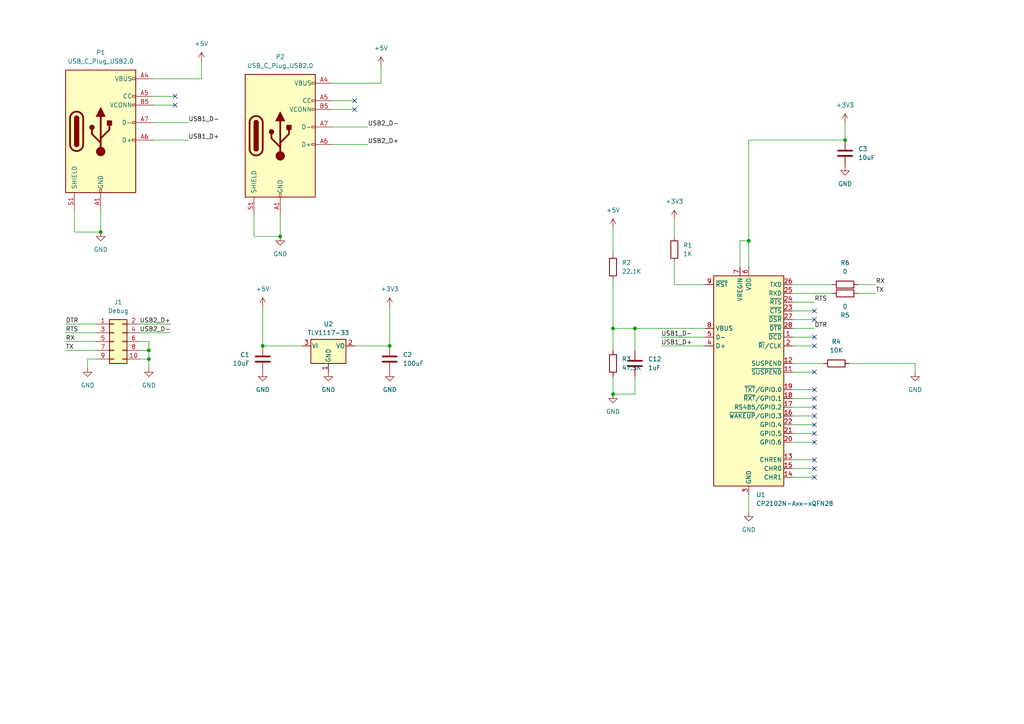
<source format=kicad_sch>
(kicad_sch (version 20250114) (generator "eeschema") (generator_version "9.0")
  (paper "A4")
  (title_block (title "USB to TTL Adapter") (date "2025-09-27") (rev "V1") (company "jLab"))
  (lib_symbols
    (symbol "Connector:USB_C_Plug_USB2.0" (pin_names (offset 1.016))
      (property "Reference" "P" (at -10.16 19.05 0))
      (property "Value" "USB_C_Plug_USB2.0" (at 12.7 19.05 0))
      (symbol "USB_C_Plug_USB2.0_0_0"
        (rectangle (start -0.254 -17.78) (end 0.254 -16.764))
        (rectangle (start 10.16 15.494) (end 9.144 14.986))
        (rectangle (start 10.16 10.414) (end 9.144 9.906))
        (rectangle (start 10.16 7.874) (end 9.144 7.366))
        (rectangle (start 10.16 2.794) (end 9.144 2.286))
        (rectangle (start 10.16 -2.286) (end 9.144 -2.794))
      )
      (symbol "USB_C_Plug_USB2.0_0_1"
        (rectangle (start -10.16 17.78) (end 10.16 -17.78) (stroke (width 0.254)) (fill (type background)))
        (polyline (pts (xy -8.89 -3.81) (xy -8.89 3.81)) (stroke (width 0.508)))
        (rectangle (start -7.62 -3.81) (end -6.35 3.81) (stroke (width 0.254)) (fill (type outline)))
        (arc (start -7.62 3.81) (mid -6.985 4.4423) (end -6.35 3.81) (stroke (width 0.254)))
        (arc (start -7.62 3.81) (mid -6.985 4.4423) (end -6.35 3.81) (stroke (width 0.254)) (fill (type outline)))
        (arc (start -8.89 3.81) (mid -6.985 5.7067) (end -5.08 3.81) (stroke (width 0.508)))
        (arc (start -5.08 -3.81) (mid -6.985 -5.7067) (end -8.89 -3.81) (stroke (width 0.508)))
        (arc (start -6.35 -3.81) (mid -6.985 -4.4423) (end -7.62 -3.81) (stroke (width 0.254)))
        (arc (start -6.35 -3.81) (mid -6.985 -4.4423) (end -7.62 -3.81) (stroke (width 0.254)) (fill (type outline)))
        (polyline (pts (xy -5.08 3.81) (xy -5.08 -3.81)) (stroke (width 0.508)))
        (circle (center -2.54 1.143) (radius 0.635) (stroke (width 0.254)) (fill (type outline)))
        (polyline (pts (xy -1.27 4.318) (xy 0 6.858) (xy 1.27 4.318) (xy -1.27 4.318)) (stroke (width 0.254)) (fill (type outline)))
        (polyline (pts (xy 0 -2.032) (xy 2.54 0.508) (xy 2.54 1.778)) (stroke (width 0.508)))
        (polyline (pts (xy 0 -3.302) (xy -2.54 -0.762) (xy -2.54 0.508)) (stroke (width 0.508)))
        (polyline (pts (xy 0 -5.842) (xy 0 4.318)) (stroke (width 0.508)))
        (circle (center 0 -5.842) (radius 1.27) (fill (type outline)))
        (rectangle (start 1.905 1.778) (end 3.175 3.048) (stroke (width 0.254)) (fill (type outline)))
      )
      (symbol "USB_C_Plug_USB2.0_1_1"
        (pin passive line (at -7.62 -22.86 90) (length 5.08) (name "SHIELD") (number "S1"))
        (pin passive line (at 0 -22.86 90) (length 5.08) (name "GND") (number "A1"))
        (pin passive line (at 0 -22.86 90) (length 5.08) (hide yes) (name "GND") (number "A12"))
        (pin passive line (at 0 -22.86 90) (length 5.08) (hide yes) (name "GND") (number "B1"))
        (pin passive line (at 0 -22.86 90) (length 5.08) (hide yes) (name "GND") (number "B12"))
        (pin passive line (at 15.24 15.24 180) (length 5.08) (name "VBUS") (number "A4"))
        (pin passive line (at 15.24 15.24 180) (length 5.08) (hide yes) (name "VBUS") (number "A9"))
        (pin passive line (at 15.24 15.24 180) (length 5.08) (hide yes) (name "VBUS") (number "B4"))
        (pin passive line (at 15.24 15.24 180) (length 5.08) (hide yes) (name "VBUS") (number "B9"))
        (pin bidirectional line (at 15.24 10.16 180) (length 5.08) (name "CC") (number "A5"))
        (pin bidirectional line (at 15.24 7.62 180) (length 5.08) (name "VCONN") (number "B5"))
        (pin bidirectional line (at 15.24 2.54 180) (length 5.08) (name "D-") (number "A7"))
        (pin bidirectional line (at 15.24 -2.54 180) (length 5.08) (name "D+") (number "A6"))
      )
    )
    (symbol "Connector_Generic:Conn_02x05_Odd_Even" (pin_names (offset 1.016) (hide yes))
      (property "Reference" "J" (at 1.27 7.62 0))
      (property "Value" "Conn_02x05_Odd_Even" (at 1.27 -7.62 0))
      (symbol "Conn_02x05_Odd_Even_1_1"
        (rectangle (start -1.27 6.35) (end 3.81 -6.35) (stroke (width 0.254)) (fill (type background)))
        (rectangle (start -1.27 5.207) (end 0 4.953) (stroke (width 0.1524)))
        (rectangle (start -1.27 2.667) (end 0 2.413) (stroke (width 0.1524)))
        (rectangle (start -1.27 0.127) (end 0 -0.127) (stroke (width 0.1524)))
        (rectangle (start -1.27 -2.413) (end 0 -2.667) (stroke (width 0.1524)))
        (rectangle (start -1.27 -4.953) (end 0 -5.207) (stroke (width 0.1524)))
        (rectangle (start 3.81 5.207) (end 2.54 4.953) (stroke (width 0.1524)))
        (rectangle (start 3.81 2.667) (end 2.54 2.413) (stroke (width 0.1524)))
        (rectangle (start 3.81 0.127) (end 2.54 -0.127) (stroke (width 0.1524)))
        (rectangle (start 3.81 -2.413) (end 2.54 -2.667) (stroke (width 0.1524)))
        (rectangle (start 3.81 -4.953) (end 2.54 -5.207) (stroke (width 0.1524)))
        (pin passive line (at -5.08 5.08 0) (length 3.81) (name "Pin_1") (number "1"))
        (pin passive line (at -5.08 2.54 0) (length 3.81) (name "Pin_3") (number "3"))
        (pin passive line (at -5.08 0 0) (length 3.81) (name "Pin_5") (number "5"))
        (pin passive line (at -5.08 -2.54 0) (length 3.81) (name "Pin_7") (number "7"))
        (pin passive line (at -5.08 -5.08 0) (length 3.81) (name "Pin_9") (number "9"))
        (pin passive line (at 7.62 5.08 180) (length 3.81) (name "Pin_2") (number "2"))
        (pin passive line (at 7.62 2.54 180) (length 3.81) (name "Pin_4") (number "4"))
        (pin passive line (at 7.62 0 180) (length 3.81) (name "Pin_6") (number "6"))
        (pin passive line (at 7.62 -2.54 180) (length 3.81) (name "Pin_8") (number "8"))
        (pin passive line (at 7.62 -5.08 180) (length 3.81) (name "Pin_10") (number "10"))
      )
    )
    (symbol "Device:C" (pin_numbers (hide yes)) (pin_names (offset 0.254))
      (property "Reference" "C" (at 0.635 2.54 0))
      (property "Value" "C" (at 0.635 -2.54 0))
      (symbol "C_0_1"
        (polyline (pts (xy -2.032 0.762) (xy 2.032 0.762)) (stroke (width 0.508)))
        (polyline (pts (xy -2.032 -0.762) (xy 2.032 -0.762)) (stroke (width 0.508)))
      )
      (symbol "C_1_1"
        (pin passive line (at 0 3.81 270) (length 2.794) (name "~") (number "1"))
        (pin passive line (at 0 -3.81 90) (length 2.794) (name "~") (number "2"))
      )
    )
    (symbol "Device:R" (pin_numbers (hide yes)) (pin_names (offset 0))
      (property "Reference" "R" (at 2.032 0 90))
      (property "Value" "R" (at 0 0 90))
      (symbol "R_0_1"
        (rectangle (start -1.016 -2.54) (end 1.016 2.54) (stroke (width 0.254)))
      )
      (symbol "R_1_1"
        (pin passive line (at 0 3.81 270) (length 1.27) (name "~") (number "1"))
        (pin passive line (at 0 -3.81 90) (length 1.27) (name "~") (number "2"))
      )
    )
    (symbol "Interface_USB:CP2102N-Axx-xQFN28"
      (property "Reference" "U" (at -8.89 31.75 0))
      (property "Value" "CP2102N-Axx-xQFN28" (at 12.7 31.75 0))
      (symbol "CP2102N-Axx-xQFN28_0_1"
        (rectangle (start -10.16 30.48) (end 10.16 -30.48) (stroke (width 0.254)) (fill (type background)))
      )
      (symbol "CP2102N-Axx-xQFN28_1_1"
        (pin input line (at -12.7 27.94 0) (length 2.54) (name "~{RST}") (number "9"))
        (pin input line (at -12.7 15.24 0) (length 2.54) (name "VBUS") (number "8"))
        (pin bidirectional line (at -12.7 12.7 0) (length 2.54) (name "D-") (number "5"))
        (pin bidirectional line (at -12.7 10.16 0) (length 2.54) (name "D+") (number "4"))
        (pin no_connect line (at -10.16 -27.94 0) (length 2.54) (hide yes) (name "NC") (number "10"))
        (pin power_in line (at -2.54 33.02 270) (length 2.54) (name "VREGIN") (number "7"))
        (pin power_in line (at 0 33.02 270) (length 2.54) (name "VDD") (number "6"))
        (pin passive line (at 0 -33.02 90) (length 2.54) (hide yes) (name "GND") (number "29"))
        (pin power_in line (at 0 -33.02 90) (length 2.54) (name "GND") (number "3"))
        (pin output line (at 12.7 27.94 180) (length 2.54) (name "TXD") (number "26"))
        (pin input line (at 12.7 25.4 180) (length 2.54) (name "RXD") (number "25"))
        (pin output line (at 12.7 22.86 180) (length 2.54) (name "~{RTS}") (number "24"))
        (pin input line (at 12.7 20.32 180) (length 2.54) (name "~{CTS}") (number "23"))
        (pin input line (at 12.7 17.78 180) (length 2.54) (name "~{DSR}") (number "27"))
        (pin output line (at 12.7 15.24 180) (length 2.54) (name "~{DTR}") (number "28"))
        (pin input line (at 12.7 12.7 180) (length 2.54) (name "~{DCD}") (number "1"))
        (pin bidirectional line (at 12.7 10.16 180) (length 2.54) (name "~{RI}/CLK") (number "2"))
        (pin output line (at 12.7 5.08 180) (length 2.54) (name "SUSPEND") (number "12"))
        (pin output line (at 12.7 2.54 180) (length 2.54) (name "~{SUSPEND}") (number "11"))
        (pin bidirectional line (at 12.7 -2.54 180) (length 2.54) (name "~{TXT}/GPIO.0") (number "19"))
        (pin bidirectional line (at 12.7 -5.08 180) (length 2.54) (name "~{RXT}/GPIO.1") (number "18"))
        (pin bidirectional line (at 12.7 -7.62 180) (length 2.54) (name "RS485/GPIO.2") (number "17"))
        (pin bidirectional line (at 12.7 -10.16 180) (length 2.54) (name "~{WAKEUP}/GPIO.3") (number "16"))
        (pin bidirectional line (at 12.7 -12.7 180) (length 2.54) (name "GPIO.4") (number "22"))
        (pin bidirectional line (at 12.7 -15.24 180) (length 2.54) (name "GPIO.5") (number "21"))
        (pin bidirectional line (at 12.7 -17.78 180) (length 2.54) (name "GPIO.6") (number "20"))
        (pin output line (at 12.7 -22.86 180) (length 2.54) (name "CHREN") (number "13"))
        (pin output line (at 12.7 -25.4 180) (length 2.54) (name "CHR0") (number "15"))
        (pin output line (at 12.7 -27.94 180) (length 2.54) (name "CHR1") (number "14"))
      )
    )
    (symbol "Regulator_Linear:TLV1117-33" (pin_names (offset 0.254))
      (property "Reference" "U" (at -3.81 3.175 0))
      (property "Value" "TLV1117-33" (at 0 3.175 0))
      (symbol "TLV1117-33_0_1"
        (rectangle (start -5.08 -5.08) (end 5.08 1.905) (stroke (width 0.254)) (fill (type background)))
      )
      (symbol "TLV1117-33_1_1"
        (pin power_in line (at -7.62 0 0) (length 2.54) (name "VI") (number "3"))
        (pin power_in line (at 0 -7.62 90) (length 2.54) (name "GND") (number "1"))
        (pin power_out line (at 7.62 0 180) (length 2.54) (name "VO") (number "2"))
      )
    )
    (symbol "power:+3V3" (power) (pin_numbers (hide yes)) (pin_names (offset 0) (hide yes))
      (property "Value" "+3V3" (at 0 3.556 0))
      (symbol "+3V3_0_1"
        (polyline (pts (xy -0.762 1.27) (xy 0 2.54)))
        (polyline (pts (xy 0 2.54) (xy 0.762 1.27)))
        (polyline (pts (xy 0 0) (xy 0 2.54)))
      )
      (symbol "+3V3_1_1"
        (pin power_in line (at 0 0 90) (length 0) (name "~") (number "1"))
      )
    )
    (symbol "power:+5V" (power) (pin_numbers (hide yes)) (pin_names (offset 0) (hide yes))
      (property "Value" "+5V" (at 0 3.556 0))
      (symbol "+5V_0_1"
        (polyline (pts (xy -0.762 1.27) (xy 0 2.54)))
        (polyline (pts (xy 0 2.54) (xy 0.762 1.27)))
        (polyline (pts (xy 0 0) (xy 0 2.54)))
      )
      (symbol "+5V_1_1"
        (pin power_in line (at 0 0 90) (length 0) (name "~") (number "1"))
      )
    )
    (symbol "power:GND" (power) (pin_numbers (hide yes)) (pin_names (offset 0) (hide yes))
      (property "Value" "GND" (at 0 -3.81 0))
      (symbol "GND_0_1"
        (polyline (pts (xy 0 0) (xy 0 -1.27) (xy 1.27 -1.27) (xy 0 -2.54) (xy -1.27 -1.27) (xy 0 -1.27)))
      )
      (symbol "GND_1_1"
        (pin power_in line (at 0 0 270) (length 0) (name "~") (number "1"))
      )
    )
    (symbol "power:VBUS" (power) (pin_numbers (hide yes)) (pin_names (offset 0) (hide yes))
      (property "Value" "VBUS" (at 0 3.556 0))
      (symbol "VBUS_0_1"
        (polyline (pts (xy -0.762 1.27) (xy 0 2.54)))
        (polyline (pts (xy 0 2.54) (xy 0.762 1.27)))
        (polyline (pts (xy 0 0) (xy 0 2.54)))
      )
      (symbol "VBUS_1_1"
        (pin power_in line (at 0 0 90) (length 0) (name "~") (number "1"))
      )
    )
  )
  (junction (at 245.11 40.64))
  (junction (at 184.15 95.25))
  (junction (at 43.18 104.14))
  (junction (at 217.17 69.85))
  (junction (at 113.03 100.33))
  (junction (at 177.8 114.3))
  (junction (at 29.21 67.31))
  (junction (at 81.28 68.58))
  (junction (at 43.18 101.6))
  (junction (at 76.2 100.33))
  (junction (at 177.8 95.25))
  (no_connect (at 236.22 120.65))
  (no_connect (at 236.22 92.71))
  (no_connect (at 236.22 115.57))
  (no_connect (at 236.22 118.11))
  (no_connect (at 50.8 27.94))
  (no_connect (at 50.8 30.48))
  (no_connect (at 236.22 138.43))
  (no_connect (at 236.22 107.95))
  (no_connect (at 102.87 31.75))
  (no_connect (at 236.22 135.89))
  (no_connect (at 236.22 125.73))
  (no_connect (at 236.22 113.03))
  (no_connect (at 236.22 133.35))
  (no_connect (at 236.22 128.27))
  (no_connect (at 236.22 90.17))
  (no_connect (at 236.22 97.79))
  (no_connect (at 236.22 100.33))
  (no_connect (at 236.22 123.19))
  (no_connect (at 102.87 29.21))
  (wire (pts (xy 73.66 68.58) (xy 81.28 68.58)))
  (wire (pts (xy 113.03 88.9) (xy 113.03 100.33)))
  (wire (pts (xy 248.92 85.09) (xy 254 85.09)))
  (wire (pts (xy 229.87 107.95) (xy 236.22 107.95)))
  (wire (pts (xy 214.63 77.47) (xy 214.63 69.85)))
  (wire (pts (xy 21.59 60.96) (xy 21.59 67.31)))
  (wire (pts (xy 19.05 96.52) (xy 27.94 96.52)))
  (wire (pts (xy 96.52 31.75) (xy 102.87 31.75)))
  (wire (pts (xy 229.87 95.25) (xy 236.22 95.25)))
  (wire (pts (xy 191.77 97.79) (xy 204.47 97.79)))
  (wire (pts (xy 191.77 100.33) (xy 204.47 100.33)))
  (wire (pts (xy 43.18 99.06) (xy 40.64 99.06)))
  (wire (pts (xy 229.87 82.55) (xy 241.3 82.55)))
  (wire (pts (xy 184.15 114.3) (xy 177.8 114.3)))
  (wire (pts (xy 177.8 95.25) (xy 177.8 101.6)))
  (wire (pts (xy 58.42 17.78) (xy 58.42 22.86)))
  (wire (pts (xy 229.87 118.11) (xy 236.22 118.11)))
  (wire (pts (xy 25.4 104.14) (xy 25.4 106.68)))
  (wire (pts (xy 44.45 40.64) (xy 54.61 40.64)))
  (wire (pts (xy 76.2 88.9) (xy 76.2 100.33)))
  (wire (pts (xy 245.11 35.56) (xy 245.11 40.64)))
  (wire (pts (xy 177.8 95.25) (xy 184.15 95.25)))
  (wire (pts (xy 229.87 113.03) (xy 236.22 113.03)))
  (wire (pts (xy 40.64 104.14) (xy 43.18 104.14)))
  (wire (pts (xy 265.43 107.95) (xy 265.43 105.41)))
  (wire (pts (xy 177.8 109.22) (xy 177.8 114.3)))
  (wire (pts (xy 229.87 120.65) (xy 236.22 120.65)))
  (wire (pts (xy 195.58 63.5) (xy 195.58 68.58)))
  (wire (pts (xy 43.18 104.14) (xy 43.18 101.6)))
  (wire (pts (xy 229.87 138.43) (xy 236.22 138.43)))
  (wire (pts (xy 229.87 125.73) (xy 236.22 125.73)))
  (wire (pts (xy 43.18 101.6) (xy 40.64 101.6)))
  (wire (pts (xy 44.45 27.94) (xy 50.8 27.94)))
  (wire (pts (xy 217.17 143.51) (xy 217.17 148.59)))
  (wire (pts (xy 73.66 62.23) (xy 73.66 68.58)))
  (wire (pts (xy 19.05 101.6) (xy 27.94 101.6)))
  (wire (pts (xy 229.87 123.19) (xy 236.22 123.19)))
  (wire (pts (xy 81.28 62.23) (xy 81.28 68.58)))
  (wire (pts (xy 229.87 92.71) (xy 236.22 92.71)))
  (wire (pts (xy 177.8 81.28) (xy 177.8 95.25)))
  (wire (pts (xy 214.63 69.85) (xy 217.17 69.85)))
  (wire (pts (xy 195.58 76.2) (xy 195.58 82.55)))
  (wire (pts (xy 40.64 96.52) (xy 49.53 96.52)))
  (wire (pts (xy 96.52 24.13) (xy 110.49 24.13)))
  (wire (pts (xy 229.87 133.35) (xy 236.22 133.35)))
  (wire (pts (xy 102.87 100.33) (xy 113.03 100.33)))
  (wire (pts (xy 229.87 115.57) (xy 236.22 115.57)))
  (wire (pts (xy 229.87 135.89) (xy 236.22 135.89)))
  (wire (pts (xy 19.05 93.98) (xy 27.94 93.98)))
  (wire (pts (xy 96.52 41.91) (xy 106.68 41.91)))
  (wire (pts (xy 96.52 36.83) (xy 106.68 36.83)))
  (wire (pts (xy 44.45 22.86) (xy 58.42 22.86)))
  (wire (pts (xy 110.49 19.05) (xy 110.49 24.13)))
  (wire (pts (xy 44.45 30.48) (xy 50.8 30.48)))
  (wire (pts (xy 245.11 40.64) (xy 217.17 40.64)))
  (wire (pts (xy 19.05 99.06) (xy 27.94 99.06)))
  (wire (pts (xy 265.43 105.41) (xy 246.38 105.41)))
  (wire (pts (xy 40.64 93.98) (xy 49.53 93.98)))
  (wire (pts (xy 248.92 82.55) (xy 254 82.55)))
  (wire (pts (xy 96.52 29.21) (xy 102.87 29.21)))
  (wire (pts (xy 229.87 128.27) (xy 236.22 128.27)))
  (wire (pts (xy 229.87 87.63) (xy 236.22 87.63)))
  (wire (pts (xy 229.87 90.17) (xy 236.22 90.17)))
  (wire (pts (xy 204.47 82.55) (xy 195.58 82.55)))
  (wire (pts (xy 43.18 104.14) (xy 43.18 106.68)))
  (wire (pts (xy 184.15 95.25) (xy 204.47 95.25)))
  (wire (pts (xy 87.63 100.33) (xy 76.2 100.33)))
  (wire (pts (xy 229.87 97.79) (xy 236.22 97.79)))
  (wire (pts (xy 43.18 101.6) (xy 43.18 99.06)))
  (wire (pts (xy 217.17 40.64) (xy 217.17 69.85)))
  (wire (pts (xy 229.87 105.41) (xy 238.76 105.41)))
  (wire (pts (xy 217.17 69.85) (xy 217.17 77.47)))
  (wire (pts (xy 229.87 85.09) (xy 241.3 85.09)))
  (wire (pts (xy 177.8 66.04) (xy 177.8 73.66)))
  (wire (pts (xy 21.59 67.31) (xy 29.21 67.31)))
  (wire (pts (xy 229.87 100.33) (xy 236.22 100.33)))
  (wire (pts (xy 184.15 95.25) (xy 184.15 101.6)))
  (wire (pts (xy 184.15 109.22) (xy 184.15 114.3)))
  (wire (pts (xy 44.45 35.56) (xy 54.61 35.56)))
  (wire (pts (xy 29.21 60.96) (xy 29.21 67.31)))
  (wire (pts (xy 25.4 104.14) (xy 27.94 104.14)))
  (label "RTS" (at 19.05 96.52 0))
  (label "USB1_D-" (at 191.77 97.79 0))
  (label "RTS" (at 236.22 87.63 0))
  (label "USB2_D-" (at 106.68 36.83 0))
  (label "USB1_D+" (at 54.61 40.64 0))
  (label "USB1_D-" (at 54.61 35.56 0))
  (label "RX" (at 19.05 99.06 0))
  (label "RX" (at 254 82.55 0))
  (label "USB2_D+" (at 49.53 93.98 180))
  (label "TX" (at 254 85.09 0))
  (label "DTR" (at 236.22 95.25 0))
  (label "DTR" (at 19.05 93.98 0))
  (label "TX" (at 19.05 101.6 0))
  (label "USB1_D+" (at 191.77 100.33 0))
  (label "USB2_D+" (at 106.68 41.91 0))
  (label "USB2_D-" (at 49.53 96.52 180))
  (symbol (lib_id "Device:R") (at 245.11 85.09 270) (unit 1)
    (property "Reference" "R5" (at 245.11 91.44 90))
    (property "Value" "0" (at 245.11 88.9 90))
    (property "Footprint" "Resistor_SMD:R_0603_1608Metric" (effects (hide yes)))
    (property "Description" "Resistor" (effects (hide yes)))
  )
  (symbol (lib_id "power:+5V") (at 58.42 17.78 0) (unit 1)
    (property "Reference" "#PWR07" (effects (hide yes)))
    (property "Value" "+5V" (at 58.42 12.7 0))
    (property "Description" "Power symbol creates a global label with name \"+5V\"" (effects (hide yes)))
  )
  (symbol (lib_id "power:+5V") (at 76.2 88.9 0) (unit 1)
    (property "Reference" "#PWR02" (effects (hide yes)))
    (property "Value" "+5V" (at 76.2 83.82 0))
    (property "Description" "Power symbol creates a global label with name \"+5V\"" (effects (hide yes)))
  )
  (symbol (lib_id "Connector_Generic:Conn_02x05_Odd_Even") (at 33.02 99.06 0) (unit 1)
    (property "Reference" "J1" (at 34.29 87.63 0))
    (property "Value" "Debug" (at 34.29 90.17 0))
    (property "Footprint" "Connector_PinHeader_2.54mm:PinHeader_2x05_P2.54mm_Vertical" (effects (hide yes)))
    (property "Description" "Generic connector, double row, 02x05, odd/even pin numbering scheme (row 1 odd numbers, row 2 even numbers), script generated (kicad-library-utils/schlib/autogen/connector/)" (effects (hide yes)))
  )
  (symbol (lib_id "power:+3V3") (at 195.58 63.5 0) (unit 1)
    (property "Reference" "#PWR012" (effects (hide yes)))
    (property "Value" "+3V3" (at 195.58 58.42 0))
    (property "Description" "Power symbol creates a global label with name \"+3V3\"" (effects (hide yes)))
  )
  (symbol (lib_id "Device:C") (at 113.03 104.14 0) (unit 1)
    (property "Reference" "C2" (at 116.84 102.8699 0) (effects (justify left)))
    (property "Value" "100uF" (at 116.84 105.4099 0) (effects (justify left)))
    (property "Footprint" "Capacitor_SMD:C_0805_2012Metric" (effects (hide yes)))
    (property "Description" "Unpolarized capacitor" (effects (hide yes)))
  )
  (symbol (lib_id "Device:C") (at 184.15 105.41 0) (unit 1)
    (property "Reference" "C12" (at 187.96 104.1399 0) (effects (justify left)))
    (property "Value" "1uF" (at 187.96 106.6799 0) (effects (justify left)))
    (property "Footprint" "Capacitor_SMD:C_0603_1608Metric" (effects (hide yes)))
    (property "Description" "Unpolarized capacitor" (effects (hide yes)))
  )
  (symbol (lib_id "power:+5V") (at 110.49 19.05 0) (unit 1)
    (property "Reference" "#PWR01" (effects (hide yes)))
    (property "Value" "+5V" (at 110.49 13.97 0))
    (property "Description" "Power symbol creates a global label with name \"+5V\"" (effects (hide yes)))
  )
  (symbol (lib_id "Device:R") (at 242.57 105.41 90) (unit 1)
    (property "Reference" "R4" (at 242.57 99.06 90))
    (property "Value" "10K" (at 242.57 101.6 90))
    (property "Footprint" "Resistor_SMD:R_0603_1608Metric" (effects (hide yes)))
    (property "Description" "Resistor" (effects (hide yes)))
  )
  (symbol (lib_id "power:GND") (at 81.28 68.58 0) (unit 1)
    (property "Reference" "#PWR016" (effects (hide yes)))
    (property "Value" "GND" (at 81.28 73.66 0))
    (property "Description" "Power symbol creates a global label with name \"GND\" , ground" (effects (hide yes)))
  )
  (symbol (lib_id "Device:R") (at 177.8 77.47 0) (unit 1)
    (property "Reference" "R2" (at 180.34 76.1999 0) (effects (justify left)))
    (property "Value" "22.1K" (at 180.34 78.7399 0) (effects (justify left)))
    (property "Footprint" "Resistor_SMD:R_0603_1608Metric" (effects (hide yes)))
    (property "Description" "Resistor" (effects (hide yes)))
  )
  (symbol (lib_id "Connector:USB_C_Plug_USB2.0") (at 29.21 38.1 0) (unit 1)
    (property "Reference" "P1" (at 29.21 15.24 0))
    (property "Value" "USB_C_Plug_USB2.0" (at 29.21 17.78 0))
    (property "Footprint" "Connector_USB:USB_C_Receptacle_G-Switch_GT-USB-7010ASV" (effects (hide yes)))
    (property "Datasheet" "https://www.usb.org/sites/default/files/documents/usb_type-c.zip" (effects (hide yes)))
    (property "Description" "USB 2.0-only Type-C Plug connector" (effects (hide yes)))
  )
  (symbol (lib_id "power:GND") (at 177.8 114.3 0) (unit 1)
    (property "Reference" "#PWR011" (effects (hide yes)))
    (property "Value" "GND" (at 177.8 119.38 0))
    (property "Description" "Power symbol creates a global label with name \"GND\" , ground" (effects (hide yes)))
  )
  (symbol (lib_id "Device:R") (at 195.58 72.39 0) (unit 1)
    (property "Reference" "R1" (at 198.12 71.1199 0) (effects (justify left)))
    (property "Value" "1K" (at 198.12 73.6599 0) (effects (justify left)))
    (property "Footprint" "Resistor_SMD:R_0603_1608Metric" (effects (hide yes)))
    (property "Description" "Resistor" (effects (hide yes)))
  )
  (symbol (lib_id "Device:R") (at 177.8 105.41 0) (unit 1)
    (property "Reference" "R3" (at 180.34 104.1399 0) (effects (justify left)))
    (property "Value" "47.5K" (at 180.34 106.6799 0) (effects (justify left)))
    (property "Footprint" "Resistor_SMD:R_0603_1608Metric" (effects (hide yes)))
    (property "Description" "Resistor" (effects (hide yes)))
  )
  (symbol (lib_id "power:VBUS") (at 177.8 66.04 0) (unit 1)
    (property "Reference" "#PWR010" (effects (hide yes)))
    (property "Value" "+5V" (at 177.8 60.96 0))
    (property "Description" "Power symbol creates a global label with name \"VBUS\"" (effects (hide yes)))
  )
  (symbol (lib_id "power:GND") (at 95.25 107.95 0) (unit 1)
    (property "Reference" "#PWR06" (effects (hide yes)))
    (property "Value" "GND" (at 95.25 113.03 0))
    (property "Description" "Power symbol creates a global label with name \"GND\" , ground" (effects (hide yes)))
  )
  (symbol (lib_id "Device:C") (at 76.2 104.14 0) (mirror y) (unit 1)
    (property "Reference" "C1" (at 72.39 102.8699 0) (effects (justify left)))
    (property "Value" "10uF" (at 72.39 105.4099 0) (effects (justify left)))
    (property "Footprint" "Capacitor_SMD:C_0603_1608Metric" (effects (hide yes)))
    (property "Description" "Unpolarized capacitor" (effects (hide yes)))
  )
  (symbol (lib_id "power:+5V") (at 113.03 88.9 0) (unit 1)
    (property "Reference" "#PWR04" (effects (hide yes)))
    (property "Value" "+3V3" (at 113.03 83.82 0))
    (property "Description" "Power symbol creates a global label with name \"+5V\"" (effects (hide yes)))
  )
  (symbol (lib_id "Device:C") (at 245.11 44.45 0) (unit 1)
    (property "Reference" "C3" (at 248.92 43.1799 0) (effects (justify left)))
    (property "Value" "10uF" (at 248.92 45.7199 0) (effects (justify left)))
    (property "Footprint" "Capacitor_SMD:C_0603_1608Metric" (effects (hide yes)))
    (property "Description" "Unpolarized capacitor" (effects (hide yes)))
  )
  (symbol (lib_id "power:GND") (at 43.18 106.68 0) (unit 1)
    (property "Reference" "#PWR0102" (effects (hide yes)))
    (property "Value" "GND" (at 43.18 111.76 0))
    (property "Description" "Power symbol creates a global label with name \"GND\" , ground" (effects (hide yes)))
  )
  (symbol (lib_id "power:GND") (at 265.43 107.95 0) (unit 1)
    (property "Reference" "#PWR013" (effects (hide yes)))
    (property "Value" "GND" (at 265.43 113.03 0))
    (property "Description" "Power symbol creates a global label with name \"GND\" , ground" (effects (hide yes)))
  )
  (symbol (lib_id "power:GND") (at 245.11 48.26 0) (unit 1)
    (property "Reference" "#PWR09" (effects (hide yes)))
    (property "Value" "GND" (at 245.11 53.34 0))
    (property "Description" "Power symbol creates a global label with name \"GND\" , ground" (effects (hide yes)))
  )
  (symbol (lib_id "power:+3V3") (at 245.11 35.56 0) (unit 1)
    (property "Reference" "#PWR08" (effects (hide yes)))
    (property "Value" "+3V3" (at 245.11 30.48 0))
    (property "Description" "Power symbol creates a global label with name \"+3V3\"" (effects (hide yes)))
  )
  (symbol (lib_id "power:GND") (at 113.03 107.95 0) (unit 1)
    (property "Reference" "#PWR05" (effects (hide yes)))
    (property "Value" "GND" (at 113.03 113.03 0))
    (property "Description" "Power symbol creates a global label with name \"GND\" , ground" (effects (hide yes)))
  )
  (symbol (lib_id "Device:R") (at 245.11 82.55 90) (unit 1)
    (property "Reference" "R6" (at 245.11 76.2 90))
    (property "Value" "0" (at 245.11 78.74 90))
    (property "Footprint" "Resistor_SMD:R_0603_1608Metric" (effects (hide yes)))
    (property "Description" "Resistor" (effects (hide yes)))
  )
  (symbol (lib_id "power:GND") (at 217.17 148.59 0) (unit 1)
    (property "Reference" "#PWR014" (effects (hide yes)))
    (property "Value" "GND" (at 217.17 153.67 0))
    (property "Description" "Power symbol creates a global label with name \"GND\" , ground" (effects (hide yes)))
  )
  (symbol (lib_id "power:GND") (at 29.21 67.31 0) (unit 1)
    (property "Reference" "#PWR015" (effects (hide yes)))
    (property "Value" "GND" (at 29.21 72.39 0))
    (property "Description" "Power symbol creates a global label with name \"GND\" , ground" (effects (hide yes)))
  )
  (symbol (lib_id "Interface_USB:CP2102N-Axx-xQFN28") (at 217.17 110.49 0) (unit 1)
    (property "Reference" "U1" (at 219.3133 143.51 0) (effects (justify left)))
    (property "Value" "CP2102N-Axx-xQFN28" (at 219.3133 146.05 0) (effects (justify left)))
    (property "Footprint" "Package_DFN_QFN:QFN-28-1EP_5x5mm_P0.5mm_EP3.35x3.35mm" (effects (hide yes)))
    (property "Datasheet" "https://www.silabs.com/documents/public/data-sheets/cp2102n-datasheet.pdf" (effects (hide yes)))
    (property "Description" "USB to UART master bridge, QFN-28" (effects (hide yes)))
  )
  (symbol (lib_id "power:GND") (at 25.4 106.68 0) (unit 1)
    (property "Reference" "#PWR0101" (effects (hide yes)))
    (property "Value" "GND" (at 25.4 111.76 0))
    (property "Description" "Power symbol creates a global label with name \"GND\" , ground" (effects (hide yes)))
  )
  (symbol (lib_id "Connector:USB_C_Plug_USB2.0") (at 81.28 39.37 0) (unit 1)
    (property "Reference" "P2" (at 81.28 16.51 0))
    (property "Value" "USB_C_Plug_USB2.0" (at 81.28 19.05 0))
    (property "Footprint" "Connector_USB:USB_C_Receptacle_G-Switch_GT-USB-7010ASV" (effects (hide yes)))
    (property "Datasheet" "https://www.usb.org/sites/default/files/documents/usb_type-c.zip" (effects (hide yes)))
    (property "Description" "USB 2.0-only Type-C Plug connector" (effects (hide yes)))
  )
  (symbol (lib_id "Regulator_Linear:TLV1117-33") (at 95.25 100.33 0) (unit 1)
    (property "Reference" "U2" (at 95.25 93.98 0))
    (property "Value" "TLV1117-33" (at 95.25 96.52 0))
    (property "Footprint" "Package_TO_SOT_SMD:SOT-223-3_TabPin2" (effects (hide yes)))
    (property "Datasheet" "http://www.ti.com/lit/ds/symlink/tlv1117.pdf" (effects (hide yes)))
    (property "Description" "800mA Low-Dropout Linear Regulator, 3.3V fixed output, TO-220/TO-252/TO-263/SOT-223" (effects (hide yes)))
  )
  (symbol (lib_id "power:GND") (at 76.2 107.95 0) (unit 1)
    (property "Reference" "#PWR03" (effects (hide yes)))
    (property "Value" "GND" (at 76.2 113.03 0))
    (property "Description" "Power symbol creates a global label with name \"GND\" , ground" (effects (hide yes)))
  )
)
</source>
